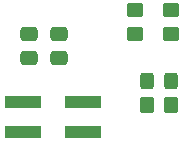
<source format=gbr>
%TF.GenerationSoftware,KiCad,Pcbnew,8.0.8*%
%TF.CreationDate,2025-04-18T18:27:36-04:00*%
%TF.ProjectId,VEML7700-TR,56454d4c-3737-4303-902d-54522e6b6963,rev?*%
%TF.SameCoordinates,Original*%
%TF.FileFunction,Paste,Top*%
%TF.FilePolarity,Positive*%
%FSLAX46Y46*%
G04 Gerber Fmt 4.6, Leading zero omitted, Abs format (unit mm)*
G04 Created by KiCad (PCBNEW 8.0.8) date 2025-04-18 18:27:36*
%MOMM*%
%LPD*%
G01*
G04 APERTURE LIST*
G04 Aperture macros list*
%AMRoundRect*
0 Rectangle with rounded corners*
0 $1 Rounding radius*
0 $2 $3 $4 $5 $6 $7 $8 $9 X,Y pos of 4 corners*
0 Add a 4 corners polygon primitive as box body*
4,1,4,$2,$3,$4,$5,$6,$7,$8,$9,$2,$3,0*
0 Add four circle primitives for the rounded corners*
1,1,$1+$1,$2,$3*
1,1,$1+$1,$4,$5*
1,1,$1+$1,$6,$7*
1,1,$1+$1,$8,$9*
0 Add four rect primitives between the rounded corners*
20,1,$1+$1,$2,$3,$4,$5,0*
20,1,$1+$1,$4,$5,$6,$7,0*
20,1,$1+$1,$6,$7,$8,$9,0*
20,1,$1+$1,$8,$9,$2,$3,0*%
G04 Aperture macros list end*
%ADD10RoundRect,0.250000X-0.350000X-0.450000X0.350000X-0.450000X0.350000X0.450000X-0.350000X0.450000X0*%
%ADD11RoundRect,0.250000X0.325000X0.450000X-0.325000X0.450000X-0.325000X-0.450000X0.325000X-0.450000X0*%
%ADD12RoundRect,0.250000X0.475000X-0.337500X0.475000X0.337500X-0.475000X0.337500X-0.475000X-0.337500X0*%
%ADD13R,3.150000X1.000000*%
%ADD14RoundRect,0.250000X-0.450000X0.350000X-0.450000X-0.350000X0.450000X-0.350000X0.450000X0.350000X0*%
G04 APERTURE END LIST*
D10*
%TO.C,R3*%
X146000000Y-127000000D03*
X148000000Y-127000000D03*
%TD*%
D11*
%TO.C,D1*%
X145975000Y-125000000D03*
X148025000Y-125000000D03*
%TD*%
D12*
%TO.C,C1*%
X138491250Y-123037500D03*
X138491250Y-120962500D03*
%TD*%
D13*
%TO.C,J1*%
X135475000Y-126730000D03*
X140525000Y-126730000D03*
X135475000Y-129270000D03*
X140525000Y-129270000D03*
%TD*%
D14*
%TO.C,R1*%
X148000000Y-119000000D03*
X148000000Y-121000000D03*
%TD*%
%TO.C,R2*%
X145000000Y-119000000D03*
X145000000Y-121000000D03*
%TD*%
D12*
%TO.C,C2*%
X136000000Y-123037500D03*
X136000000Y-120962500D03*
%TD*%
M02*

</source>
